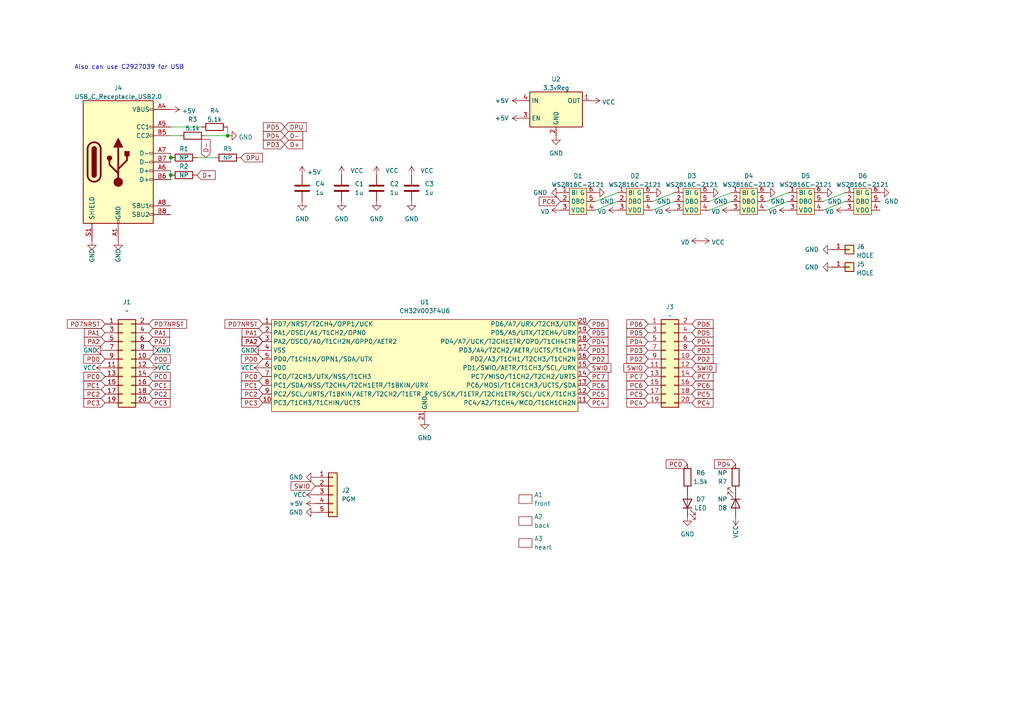
<source format=kicad_sch>
(kicad_sch (version 20211123) (generator eeschema)
  (paper "A4")
  (lib_symbols
    (symbol "CH32V003F4U6:CH32V003F4U6"
      (property "Reference" "U" (at 0 0 0))
      (property "Value" "CH32V003F4U6" (at 0 3.81 0))
      (symbol "CH32V003F4U6_0_1"
        (rectangle (start -44.45 12.7) (end 44.45 -13.97) (fill (type background)))
      )
      (symbol "CH32V003F4U6_1_1"
        (pin bidirectional line (at -46.99 11.43 0) (length 2.54) (name "PD7/NRST/T2CH4/OPP1/UCK") (number "1"))
        (pin bidirectional line (at -46.99 -11.43 0) (length 2.54) (name "PC3/T1CH3/T1CHIN/UCTS") (number "10"))
        (pin bidirectional line (at 46.99 -11.43 180) (length 2.54) (name "PC4/A2/T1CH4/MCO/T1CH1CH2N") (number "11"))
        (pin bidirectional line (at 46.99 -8.89 180) (length 2.54) (name "PC5/SCK/T1ETR/T2CH1ETR/SCL/UCK/T1CH3") (number "12"))
        (pin bidirectional line (at 46.99 -6.35 180) (length 2.54) (name "PC6/MOSI/T1CH1CH3/UCTS/SDA") (number "13"))
        (pin bidirectional line (at 46.99 -3.81 180) (length 2.54) (name "PC7/MISO/T1CH2/T2CH2/URTS") (number "14"))
        (pin bidirectional line (at 46.99 -1.27 180) (length 2.54) (name "PD1/SWIO/AETR/T1CH3/SCL/URX") (number "15"))
        (pin bidirectional line (at 46.99 1.27 180) (length 2.54) (name "PD2/A3/T1CH1/T2CH3/T1CH2N") (number "16"))
        (pin bidirectional line (at 46.99 3.81 180) (length 2.54) (name "PD3/A4/T2CH2/AETR/UCTS/T1CH4") (number "17"))
        (pin bidirectional line (at 46.99 6.35 180) (length 2.54) (name "PD4/A7/UCK/T2CH1ETR/OPO/T1CH4ETR") (number "18"))
        (pin bidirectional line (at 46.99 8.89 180) (length 2.54) (name "PD5/A5/UTX/T2CH4/URX") (number "19"))
        (pin bidirectional line (at -46.99 8.89 0) (length 2.54) (name "PA1/OSCI/A1/T1CH2/OPN0") (number "2"))
        (pin bidirectional line (at 46.99 11.43 180) (length 2.54) (name "PD6/A7/URX/T2CH3/UTX") (number "20"))
        (pin bidirectional line (at 0 -16.51 90) (length 2.54) (name "GND") (number "21"))
        (pin bidirectional line (at -46.99 6.35 0) (length 2.54) (name "PA2/OSCO/A0/T1CH2N/OPP0/AETR2") (number "3"))
        (pin bidirectional line (at -46.99 3.81 0) (length 2.54) (name "VSS") (number "4"))
        (pin bidirectional line (at -46.99 1.27 0) (length 2.54) (name "PD0/T1CH1N/OPN1/SDA/UTX") (number "5"))
        (pin bidirectional line (at -46.99 -1.27 0) (length 2.54) (name "VDD") (number "6"))
        (pin bidirectional line (at -46.99 -3.81 0) (length 2.54) (name "PC0/T2CH3/UTX/NSS/T1CH3") (number "7"))
        (pin bidirectional line (at -46.99 -6.35 0) (length 2.54) (name "PC1/SDA/NSS/T2CH4/T2CH1ETR/T1BKIN/URX") (number "8"))
        (pin bidirectional line (at -46.99 -8.89 0) (length 2.54) (name "PC2/SCL/URTS/T1BKIN/AETR/T2CH2/T1ETR") (number "9"))
      )
    )
    (symbol "Connector:USB_C_Receptacle_USB2.0" (pin_names (offset 1.016))
      (property "Reference" "J" (at -10.16 19.05 0))
      (property "Value" "USB_C_Receptacle_USB2.0" (at 19.05 19.05 0))
      (symbol "USB_C_Receptacle_USB2.0_0_0"
        (rectangle (start -0.254 -17.78) (end 0.254 -16.764))
        (rectangle (start 10.16 -14.986) (end 9.144 -15.494))
        (rectangle (start 10.16 -12.446) (end 9.144 -12.954))
        (rectangle (start 10.16 -4.826) (end 9.144 -5.334))
        (rectangle (start 10.16 -2.286) (end 9.144 -2.794))
        (rectangle (start 10.16 0.254) (end 9.144 -0.254))
        (rectangle (start 10.16 2.794) (end 9.144 2.286))
        (rectangle (start 10.16 7.874) (end 9.144 7.366))
        (rectangle (start 10.16 10.414) (end 9.144 9.906))
        (rectangle (start 10.16 15.494) (end 9.144 14.986))
      )
      (symbol "USB_C_Receptacle_USB2.0_0_1"
        (rectangle (start -10.16 17.78) (end 10.16 -17.78) (stroke (width 0.254)) (fill (type background)))
        (arc (start -8.89 -3.81) (mid -6.985 -5.715) (end -5.08 -3.81) (stroke (width 0.508)))
        (arc (start -7.62 -3.81) (mid -6.985 -4.445) (end -6.35 -3.81) (stroke (width 0.254)))
        (arc (start -7.62 -3.81) (mid -6.985 -4.445) (end -6.35 -3.81) (stroke (width 0.254)) (fill (type outline)))
        (rectangle (start -7.62 -3.81) (end -6.35 3.81) (stroke (width 0.254)) (fill (type outline)))
        (arc (start -6.35 3.81) (mid -6.985 4.445) (end -7.62 3.81) (stroke (width 0.254)))
        (arc (start -6.35 3.81) (mid -6.985 4.445) (end -7.62 3.81) (stroke (width 0.254)) (fill (type outline)))
        (arc (start -5.08 3.81) (mid -6.985 5.715) (end -8.89 3.81) (stroke (width 0.508)))
        (circle (center -2.54 1.143) (radius 0.635) (stroke (width 0.254)) (fill (type outline)))
        (circle (center 0 -5.842) (radius 1.27) (fill (type outline)))
        (polyline (pts (xy -8.89 -3.81) (xy -8.89 3.81)) (stroke (width 0.508)))
        (polyline (pts (xy -5.08 3.81) (xy -5.08 -3.81)) (stroke (width 0.508)))
        (polyline (pts (xy 0 -5.842) (xy 0 4.318)) (stroke (width 0.508)))
        (polyline (pts (xy 0 -3.302) (xy -2.54 -0.762) (xy -2.54 0.508)) (stroke (width 0.508)))
        (polyline (pts (xy 0 -2.032) (xy 2.54 0.508) (xy 2.54 1.778)) (stroke (width 0.508)))
        (polyline (pts (xy -1.27 4.318) (xy 0 6.858) (xy 1.27 4.318) (xy -1.27 4.318)) (stroke (width 0.254)) (fill (type outline)))
        (rectangle (start 1.905 1.778) (end 3.175 3.048) (stroke (width 0.254)) (fill (type outline)))
      )
      (symbol "USB_C_Receptacle_USB2.0_1_1"
        (pin passive line (at 0 -22.86 90) (length 5.08) (name "GND") (number "A1"))
        (pin passive line (at 0 -22.86 90) (length 5.08) hide (name "GND") (number "A12"))
        (pin passive line (at 15.24 15.24 180) (length 5.08) (name "VBUS") (number "A4"))
        (pin bidirectional line (at 15.24 10.16 180) (length 5.08) (name "CC1") (number "A5"))
        (pin bidirectional line (at 15.24 -2.54 180) (length 5.08) (name "D+") (number "A6"))
        (pin bidirectional line (at 15.24 2.54 180) (length 5.08) (name "D-") (number "A7"))
        (pin bidirectional line (at 15.24 -12.7 180) (length 5.08) (name "SBU1") (number "A8"))
        (pin passive line (at 15.24 15.24 180) (length 5.08) hide (name "VBUS") (number "A9"))
        (pin passive line (at 0 -22.86 90) (length 5.08) hide (name "GND") (number "B1"))
        (pin passive line (at 0 -22.86 90) (length 5.08) hide (name "GND") (number "B12"))
        (pin passive line (at 15.24 15.24 180) (length 5.08) hide (name "VBUS") (number "B4"))
        (pin bidirectional line (at 15.24 7.62 180) (length 5.08) (name "CC2") (number "B5"))
        (pin bidirectional line (at 15.24 -5.08 180) (length 5.08) (name "D+") (number "B6"))
        (pin bidirectional line (at 15.24 0 180) (length 5.08) (name "D-") (number "B7"))
        (pin bidirectional line (at 15.24 -15.24 180) (length 5.08) (name "SBU2") (number "B8"))
        (pin passive line (at 15.24 15.24 180) (length 5.08) hide (name "VBUS") (number "B9"))
        (pin passive line (at -7.62 -22.86 90) (length 5.08) (name "SHIELD") (number "S1"))
      )
    )
    (symbol "Connector_Generic:Conn_01x01" (pin_names (offset 1.016) hide)
      (property "Reference" "J" (at 0 2.54 0))
      (property "Value" "Conn_01x01" (at 0 -2.54 0))
      (symbol "Conn_01x01_1_1"
        (rectangle (start -1.27 0.127) (end 0 -0.127) (stroke (width 0.1524)))
        (rectangle (start -1.27 1.27) (end 1.27 -1.27) (stroke (width 0.254)) (fill (type background)))
        (pin passive line (at -5.08 0 0) (length 3.81) (name "Pin_1") (number "1"))
      )
    )
    (symbol "Connector_Generic:Conn_01x05" (pin_names (offset 1.016) hide)
      (property "Reference" "J" (at 0 7.62 0))
      (property "Value" "Conn_01x05" (at 0 -7.62 0))
      (symbol "Conn_01x05_1_1"
        (rectangle (start -1.27 -4.953) (end 0 -5.207) (stroke (width 0.1524)))
        (rectangle (start -1.27 -2.413) (end 0 -2.667) (stroke (width 0.1524)))
        (rectangle (start -1.27 0.127) (end 0 -0.127) (stroke (width 0.1524)))
        (rectangle (start -1.27 2.667) (end 0 2.413) (stroke (width 0.1524)))
        (rectangle (start -1.27 5.207) (end 0 4.953) (stroke (width 0.1524)))
        (rectangle (start -1.27 6.35) (end 1.27 -6.35) (stroke (width 0.254)) (fill (type background)))
        (pin passive line (at -5.08 5.08 0) (length 3.81) (name "Pin_1") (number "1"))
        (pin passive line (at -5.08 2.54 0) (length 3.81) (name "Pin_2") (number "2"))
        (pin passive line (at -5.08 0 0) (length 3.81) (name "Pin_3") (number "3"))
        (pin passive line (at -5.08 -2.54 0) (length 3.81) (name "Pin_4") (number "4"))
        (pin passive line (at -5.08 -5.08 0) (length 3.81) (name "Pin_5") (number "5"))
      )
    )
    (symbol "Connector_Generic:Conn_02x10_Odd_Even" (pin_names (offset 1.016) hide)
      (property "Reference" "J" (at 1.27 12.7 0))
      (property "Value" "Conn_02x10_Odd_Even" (at 1.27 -15.24 0))
      (symbol "Conn_02x10_Odd_Even_1_1"
        (rectangle (start -1.27 -12.573) (end 0 -12.827) (stroke (width 0.1524)))
        (rectangle (start -1.27 -10.033) (end 0 -10.287) (stroke (width 0.1524)))
        (rectangle (start -1.27 -7.493) (end 0 -7.747) (stroke (width 0.1524)))
        (rectangle (start -1.27 -4.953) (end 0 -5.207) (stroke (width 0.1524)))
        (rectangle (start -1.27 -2.413) (end 0 -2.667) (stroke (width 0.1524)))
        (rectangle (start -1.27 0.127) (end 0 -0.127) (stroke (width 0.1524)))
        (rectangle (start -1.27 2.667) (end 0 2.413) (stroke (width 0.1524)))
        (rectangle (start -1.27 5.207) (end 0 4.953) (stroke (width 0.1524)))
        (rectangle (start -1.27 7.747) (end 0 7.493) (stroke (width 0.1524)))
        (rectangle (start -1.27 10.287) (end 0 10.033) (stroke (width 0.1524)))
        (rectangle (start -1.27 11.43) (end 3.81 -13.97) (stroke (width 0.254)) (fill (type background)))
        (rectangle (start 3.81 -12.573) (end 2.54 -12.827) (stroke (width 0.1524)))
        (rectangle (start 3.81 -10.033) (end 2.54 -10.287) (stroke (width 0.1524)))
        (rectangle (start 3.81 -7.493) (end 2.54 -7.747) (stroke (width 0.1524)))
        (rectangle (start 3.81 -4.953) (end 2.54 -5.207) (stroke (width 0.1524)))
        (rectangle (start 3.81 -2.413) (end 2.54 -2.667) (stroke (width 0.1524)))
        (rectangle (start 3.81 0.127) (end 2.54 -0.127) (stroke (width 0.1524)))
        (rectangle (start 3.81 2.667) (end 2.54 2.413) (stroke (width 0.1524)))
        (rectangle (start 3.81 5.207) (end 2.54 4.953) (stroke (width 0.1524)))
        (rectangle (start 3.81 7.747) (end 2.54 7.493) (stroke (width 0.1524)))
        (rectangle (start 3.81 10.287) (end 2.54 10.033) (stroke (width 0.1524)))
        (pin passive line (at -5.08 10.16 0) (length 3.81) (name "Pin_1") (number "1"))
        (pin passive line (at 7.62 0 180) (length 3.81) (name "Pin_10") (number "10"))
        (pin passive line (at -5.08 -2.54 0) (length 3.81) (name "Pin_11") (number "11"))
        (pin passive line (at 7.62 -2.54 180) (length 3.81) (name "Pin_12") (number "12"))
        (pin passive line (at -5.08 -5.08 0) (length 3.81) (name "Pin_13") (number "13"))
        (pin passive line (at 7.62 -5.08 180) (length 3.81) (name "Pin_14") (number "14"))
        (pin passive line (at -5.08 -7.62 0) (length 3.81) (name "Pin_15") (number "15"))
        (pin passive line (at 7.62 -7.62 180) (length 3.81) (name "Pin_16") (number "16"))
        (pin passive line (at -5.08 -10.16 0) (length 3.81) (name "Pin_17") (number "17"))
        (pin passive line (at 7.62 -10.16 180) (length 3.81) (name "Pin_18") (number "18"))
        (pin passive line (at -5.08 -12.7 0) (length 3.81) (name "Pin_19") (number "19"))
        (pin passive line (at 7.62 10.16 180) (length 3.81) (name "Pin_2") (number "2"))
        (pin passive line (at 7.62 -12.7 180) (length 3.81) (name "Pin_20") (number "20"))
        (pin passive line (at -5.08 7.62 0) (length 3.81) (name "Pin_3") (number "3"))
        (pin passive line (at 7.62 7.62 180) (length 3.81) (name "Pin_4") (number "4"))
        (pin passive line (at -5.08 5.08 0) (length 3.81) (name "Pin_5") (number "5"))
        (pin passive line (at 7.62 5.08 180) (length 3.81) (name "Pin_6") (number "6"))
        (pin passive line (at -5.08 2.54 0) (length 3.81) (name "Pin_7") (number "7"))
        (pin passive line (at 7.62 2.54 180) (length 3.81) (name "Pin_8") (number "8"))
        (pin passive line (at -5.08 0 0) (length 3.81) (name "Pin_9") (number "9"))
      )
    )
    (symbol "Device:C" (pin_numbers hide) (pin_names (offset 0.254))
      (property "Reference" "C" (at 0.635 2.54 0))
      (property "Value" "C" (at 0.635 -2.54 0))
      (symbol "C_0_1"
        (polyline (pts (xy -2.032 -0.762) (xy 2.032 -0.762)) (stroke (width 0.508)))
        (polyline (pts (xy -2.032 0.762) (xy 2.032 0.762)) (stroke (width 0.508)))
      )
      (symbol "C_1_1"
        (pin passive line (at 0 3.81 270) (length 2.794) (name "~") (number "1"))
        (pin passive line (at 0 -3.81 90) (length 2.794) (name "~") (number "2"))
      )
    )
    (symbol "Device:LED" (pin_numbers hide) (pin_names (offset 1.016) hide)
      (property "Reference" "D" (at 0 2.54 0))
      (property "Value" "LED" (at 0 -2.54 0))
      (symbol "LED_0_1"
        (polyline (pts (xy -1.27 -1.27) (xy -1.27 1.27)) (stroke (width 0.254)))
        (polyline (pts (xy -1.27 0) (xy 1.27 0)))
        (polyline (pts (xy 1.27 -1.27) (xy 1.27 1.27) (xy -1.27 0) (xy 1.27 -1.27)) (stroke (width 0.254)))
        (polyline (pts (xy -3.048 -0.762) (xy -4.572 -2.286) (xy -3.81 -2.286) (xy -4.572 -2.286) (xy -4.572 -1.524)))
        (polyline (pts (xy -1.778 -0.762) (xy -3.302 -2.286) (xy -2.54 -2.286) (xy -3.302 -2.286) (xy -3.302 -1.524)))
      )
      (symbol "LED_1_1"
        (pin passive line (at -3.81 0 0) (length 2.54) (name "K") (number "1"))
        (pin passive line (at 3.81 0 180) (length 2.54) (name "A") (number "2"))
      )
    )
    (symbol "Device:R" (pin_numbers hide) (pin_names (offset 0))
      (property "Reference" "R" (at 2.032 0 90))
      (property "Value" "R" (at 0 0 90))
      (symbol "R_0_1"
        (rectangle (start -1.016 -2.54) (end 1.016 2.54) (stroke (width 0.254)))
      )
      (symbol "R_1_1"
        (pin passive line (at 0 3.81 270) (length 1.27) (name "~") (number "1"))
        (pin passive line (at 0 -3.81 90) (length 1.27) (name "~") (number "2"))
      )
    )
    (symbol "Regulator_Linear:NCP115AMX120TCG"
      (property "Reference" "U" (at 2.54 10.16 0))
      (property "Value" "NCP115AMX120TCG" (at 10.16 7.62 0))
      (symbol "NCP115AMX120TCG_0_1"
        (rectangle (start -7.62 5.08) (end 7.62 -5.08) (stroke (width 0.254)) (fill (type background)))
      )
      (symbol "NCP115AMX120TCG_1_1"
        (pin power_out line (at 10.16 2.54 180) (length 2.54) (name "OUT") (number "1"))
        (pin power_in line (at 0 -7.62 90) (length 2.54) (name "GND") (number "2"))
        (pin input line (at -10.16 -2.54 0) (length 2.54) (name "EN") (number "3"))
        (pin power_in line (at -10.16 2.54 0) (length 2.54) (name "IN") (number "4"))
        (pin passive line (at 0 -7.62 90) (length 2.54) hide (name "GND") (number "5"))
      )
    )
    (symbol "WS2816C:WS2816C-2121"
      (property "Reference" "D?" (at 0 8.89 0))
      (property "Value" "WS2816C-2121" (at 0 6.35 0))
      (symbol "WS2816C-2121_0_1"
        (rectangle (start -2.54 3.81) (end 2.54 -3.81) (fill (type background)))
      )
      (symbol "WS2816C-2121_1_1"
        (pin input line (at -5.08 2.54 0) (length 2.54) (name "BI") (number "1"))
        (pin input line (at -5.08 0 0) (length 2.54) (name "DI") (number "2"))
        (pin power_in line (at -5.08 -2.54 0) (length 2.54) (name "V") (number "3"))
        (pin output line (at 5.08 -2.54 180) (length 2.54) (name "DO") (number "4"))
        (pin output line (at 5.08 0 180) (length 2.54) (name "BO") (number "5"))
        (pin power_in line (at 5.08 2.54 180) (length 2.54) (name "G") (number "6"))
      )
    )
    (symbol "artwork:artwork"
      (property "Reference" "A" (at 0 0 0))
      (property "Value" "artwork" (at 0 2.54 0))
      (symbol "artwork_0_1"
        (rectangle (start -1.905 1.27) (end 1.905 -1.27))
      )
    )
    (symbol "power:+5V" (power) (pin_names (offset 0))
      (property "Value" "+5V" (at 0 3.556 0))
      (symbol "+5V_0_1"
        (polyline (pts (xy -0.762 1.27) (xy 0 2.54)))
        (polyline (pts (xy 0 0) (xy 0 2.54)))
        (polyline (pts (xy 0 2.54) (xy 0.762 1.27)))
      )
      (symbol "+5V_1_1"
        (pin power_in line (at 0 0 90) (length 0) hide (name "+5V") (number "1"))
      )
    )
    (symbol "power:GND" (power) (pin_names (offset 0))
      (property "Value" "GND" (at 0 -3.81 0))
      (symbol "GND_0_1"
        (polyline (pts (xy 0 0) (xy 0 -1.27) (xy 1.27 -1.27) (xy 0 -2.54) (xy -1.27 -1.27) (xy 0 -1.27)))
      )
      (symbol "GND_1_1"
        (pin power_in line (at 0 0 270) (length 0) hide (name "GND") (number "1"))
      )
    )
    (symbol "power:VCC" (power) (pin_names (offset 0))
      (property "Value" "VCC" (at 0 3.81 0))
      (symbol "VCC_0_1"
        (polyline (pts (xy -0.762 1.27) (xy 0 2.54)))
        (polyline (pts (xy 0 0) (xy 0 2.54)))
        (polyline (pts (xy 0 2.54) (xy 0.762 1.27)))
      )
      (symbol "VCC_1_1"
        (pin power_in line (at 0 0 90) (length 0) hide (name "VCC") (number "1"))
      )
    )
    (symbol "power:VD" (power) (pin_names (offset 0))
      (property "Value" "VD" (at 0 3.81 0))
      (symbol "VD_0_1"
        (polyline (pts (xy -0.762 1.27) (xy 0 2.54)))
        (polyline (pts (xy 0 0) (xy 0 2.54)))
        (polyline (pts (xy 0 2.54) (xy 0.762 1.27)))
      )
      (symbol "VD_1_1"
        (pin power_in line (at 0 0 90) (length 0) hide (name "VD") (number "1"))
      )
    )
  )
  (junction (at 49.53 50.8))
  (junction (at 66.04 39.37))
  (junction (at 49.53 45.72))
  (wire (pts (xy 57.15 45.72) (xy 62.23 45.72)))
  (wire (pts (xy 245.11 58.42) (xy 238.76 60.96)))
  (wire (pts (xy 52.07 39.37) (xy 49.53 39.37)))
  (wire (pts (xy 195.58 55.88) (xy 189.23 58.42)))
  (wire (pts (xy 228.6 58.42) (xy 222.25 60.96)))
  (wire (pts (xy 66.04 39.37) (xy 66.04 36.83)))
  (wire (pts (xy 49.53 49.53) (xy 49.53 50.8)))
  (wire (pts (xy 179.07 58.42) (xy 172.72 60.96)))
  (wire (pts (xy 245.11 55.88) (xy 238.76 58.42)))
  (wire (pts (xy 49.53 45.72) (xy 49.53 46.99)))
  (wire (pts (xy 195.58 58.42) (xy 189.23 60.96)))
  (wire (pts (xy 59.69 39.37) (xy 66.04 39.37)))
  (wire (pts (xy 228.6 55.88) (xy 222.25 58.42)))
  (wire (pts (xy 212.09 55.88) (xy 205.74 58.42)))
  (wire (pts (xy 49.53 44.45) (xy 49.53 45.72)))
  (wire (pts (xy 58.42 36.83) (xy 49.53 36.83)))
  (wire (pts (xy 179.07 55.88) (xy 172.72 58.42)))
  (wire (pts (xy 49.53 50.8) (xy 49.53 52.07)))
  (wire (pts (xy 212.09 58.42) (xy 205.74 60.96)))
  (text "Also can use C2927039 for USB" (at 21.59 20.32 0) (effects (font (size 1.27 1.27)) (justify left bottom)))
  (global_label "PC5" (shape input) (at 187.96 114.3 180) (property "Intersheet References" "${INTERSHEET_REFS}" (effects hide)))
  (global_label "PC3" (shape input) (at 30.48 116.84 180) (property "Intersheet References" "${INTERSHEET_REFS}" (effects hide)))
  (global_label "PA1" (shape input) (at 43.18 96.52 0) (property "Intersheet References" "${INTERSHEET_REFS}" (effects hide)))
  (global_label "PD6" (shape input) (at 170.18 93.98 0) (property "Intersheet References" "${INTERSHEET_REFS}" (effects hide)))
  (global_label "D+" (shape input) (at 82.55 41.91 0) (property "Intersheet References" "${INTERSHEET_REFS}" (effects hide)))
  (global_label "PC6" (shape input) (at 200.66 111.76 0) (property "Intersheet References" "${INTERSHEET_REFS}" (effects hide)))
  (global_label "SWIO" (shape input) (at 200.66 106.68 0) (property "Intersheet References" "${INTERSHEET_REFS}" (effects hide)))
  (global_label "PD2" (shape input) (at 170.18 104.14 0) (property "Intersheet References" "${INTERSHEET_REFS}" (effects hide)))
  (global_label "PC0" (shape input) (at 199.39 134.62 180) (property "Intersheet References" "${INTERSHEET_REFS}" (effects hide)))
  (global_label "PC5" (shape input) (at 170.18 114.3 0) (property "Intersheet References" "${INTERSHEET_REFS}" (effects hide)))
  (global_label "PA2" (shape input) (at 76.2 99.06 180) (property "Intersheet References" "${INTERSHEET_REFS}" (effects hide)))
  (global_label "PD0" (shape input) (at 30.48 104.14 180) (property "Intersheet References" "${INTERSHEET_REFS}" (effects hide)))
  (global_label "PC3" (shape input) (at 43.18 116.84 0) (property "Intersheet References" "${INTERSHEET_REFS}" (effects hide)))
  (global_label "PD5" (shape input) (at 187.96 96.52 180) (property "Intersheet References" "${INTERSHEET_REFS}" (effects hide)))
  (global_label "PC0" (shape input) (at 76.2 109.22 180) (property "Intersheet References" "${INTERSHEET_REFS}" (effects hide)))
  (global_label "PD4" (shape input) (at 170.18 99.06 0) (property "Intersheet References" "${INTERSHEET_REFS}" (effects hide)))
  (global_label "PC1" (shape input) (at 43.18 111.76 0) (property "Intersheet References" "${INTERSHEET_REFS}" (effects hide)))
  (global_label "PC3" (shape input) (at 76.2 116.84 180) (property "Intersheet References" "${INTERSHEET_REFS}" (effects hide)))
  (global_label "PD5" (shape input) (at 200.66 96.52 0) (property "Intersheet References" "${INTERSHEET_REFS}" (effects hide)))
  (global_label "PD6" (shape input) (at 200.66 93.98 0) (property "Intersheet References" "${INTERSHEET_REFS}" (effects hide)))
  (global_label "PA2" (shape input) (at 43.18 99.06 0) (property "Intersheet References" "${INTERSHEET_REFS}" (effects hide)))
  (global_label "PD7NRST" (shape input) (at 43.18 93.98 0) (property "Intersheet References" "${INTERSHEET_REFS}" (effects hide)))
  (global_label "PA1" (shape input) (at 76.2 96.52 180) (property "Intersheet References" "${INTERSHEET_REFS}" (effects hide)))
  (global_label "PC6" (shape input) (at 162.56 58.42 180) (property "Intersheet References" "${INTERSHEET_REFS}" (effects hide)))
  (global_label "PA2" (shape input) (at 30.48 99.06 180) (property "Intersheet References" "${INTERSHEET_REFS}" (effects hide)))
  (global_label "PD7NRST" (shape input) (at 76.2 93.98 180) (property "Intersheet References" "${INTERSHEET_REFS}" (effects hide)))
  (global_label "PC1" (shape input) (at 76.2 111.76 180) (property "Intersheet References" "${INTERSHEET_REFS}" (effects hide)))
  (global_label "PC7" (shape input) (at 187.96 109.22 180) (property "Intersheet References" "${INTERSHEET_REFS}" (effects hide)))
  (global_label "D-" (shape input) (at 82.55 39.37 0) (property "Intersheet References" "${INTERSHEET_REFS}" (effects hide)))
  (global_label "PC2" (shape input) (at 30.48 114.3 180) (property "Intersheet References" "${INTERSHEET_REFS}" (effects hide)))
  (global_label "PC4" (shape input) (at 187.96 116.84 180) (property "Intersheet References" "${INTERSHEET_REFS}" (effects hide)))
  (global_label "PC5" (shape input) (at 200.66 114.3 0) (property "Intersheet References" "${INTERSHEET_REFS}" (effects hide)))
  (global_label "PD4" (shape input) (at 82.55 39.37 180) (property "Intersheet References" "${INTERSHEET_REFS}" (effects hide)))
  (global_label "PC2" (shape input) (at 43.18 114.3 0) (property "Intersheet References" "${INTERSHEET_REFS}" (effects hide)))
  (global_label "PD7NRST" (shape input) (at 30.48 93.98 180) (property "Intersheet References" "${INTERSHEET_REFS}" (effects hide)))
  (global_label "PD3" (shape input) (at 170.18 101.6 0) (property "Intersheet References" "${INTERSHEET_REFS}" (effects hide)))
  (global_label "PD2" (shape input) (at 200.66 104.14 0) (property "Intersheet References" "${INTERSHEET_REFS}" (effects hide)))
  (global_label "PD4" (shape input) (at 213.36 134.62 180) (property "Intersheet References" "${INTERSHEET_REFS}" (effects hide)))
  (global_label "D-" (shape input) (at 59.69 45.72 90) (property "Intersheet References" "${INTERSHEET_REFS}" (effects hide)))
  (global_label "PC0" (shape input) (at 30.48 109.22 180) (property "Intersheet References" "${INTERSHEET_REFS}" (effects hide)))
  (global_label "PC1" (shape input) (at 30.48 111.76 180) (property "Intersheet References" "${INTERSHEET_REFS}" (effects hide)))
  (global_label "PC7" (shape input) (at 170.18 109.22 0) (property "Intersheet References" "${INTERSHEET_REFS}" (effects hide)))
  (global_label "PD3" (shape input) (at 200.66 101.6 0) (property "Intersheet References" "${INTERSHEET_REFS}" (effects hide)))
  (global_label "DPU" (shape input) (at 69.85 45.72 0) (property "Intersheet References" "${INTERSHEET_REFS}" (effects hide)))
  (global_label "DPU" (shape input) (at 82.55 36.83 0) (property "Intersheet References" "${INTERSHEET_REFS}" (effects hide)))
  (global_label "D+" (shape input) (at 57.15 50.8 0) (property "Intersheet References" "${INTERSHEET_REFS}" (effects hide)))
  (global_label "PD3" (shape input) (at 187.96 101.6 180) (property "Intersheet References" "${INTERSHEET_REFS}" (effects hide)))
  (global_label "PD0" (shape input) (at 76.2 104.14 180) (property "Intersheet References" "${INTERSHEET_REFS}" (effects hide)))
  (global_label "PC6" (shape input) (at 170.18 111.76 0) (property "Intersheet References" "${INTERSHEET_REFS}" (effects hide)))
  (global_label "SWIO" (shape input) (at 91.44 140.97 180) (property "Intersheet References" "${INTERSHEET_REFS}" (effects hide)))
  (global_label "SWIO" (shape input) (at 187.96 106.68 180) (property "Intersheet References" "${INTERSHEET_REFS}" (effects hide)))
  (global_label "PC6" (shape input) (at 187.96 111.76 180) (property "Intersheet References" "${INTERSHEET_REFS}" (effects hide)))
  (global_label "PC2" (shape input) (at 76.2 114.3 180) (property "Intersheet References" "${INTERSHEET_REFS}" (effects hide)))
  (global_label "PD5" (shape input) (at 170.18 96.52 0) (property "Intersheet References" "${INTERSHEET_REFS}" (effects hide)))
  (global_label "PD3" (shape input) (at 82.55 41.91 180) (property "Intersheet References" "${INTERSHEET_REFS}" (effects hide)))
  (global_label "PA2" (shape input) (at 76.2 99.06 180) (property "Intersheet References" "${INTERSHEET_REFS}" (effects hide)))
  (global_label "PD4" (shape input) (at 187.96 99.06 180) (property "Intersheet References" "${INTERSHEET_REFS}" (effects hide)))
  (global_label "PC0" (shape input) (at 43.18 109.22 0) (property "Intersheet References" "${INTERSHEET_REFS}" (effects hide)))
  (global_label "PC4" (shape input) (at 170.18 116.84 0) (property "Intersheet References" "${INTERSHEET_REFS}" (effects hide)))
  (global_label "PA1" (shape input) (at 30.48 96.52 180) (property "Intersheet References" "${INTERSHEET_REFS}" (effects hide)))
  (global_label "PD5" (shape input) (at 82.55 36.83 180) (property "Intersheet References" "${INTERSHEET_REFS}" (effects hide)))
  (global_label "PC7" (shape input) (at 200.66 109.22 0) (property "Intersheet References" "${INTERSHEET_REFS}" (effects hide)))
  (global_label "PD2" (shape input) (at 187.96 104.14 180) (property "Intersheet References" "${INTERSHEET_REFS}" (effects hide)))
  (global_label "PD4" (shape input) (at 200.66 99.06 0) (property "Intersheet References" "${INTERSHEET_REFS}" (effects hide)))
  (global_label "PC4" (shape input) (at 200.66 116.84 0) (property "Intersheet References" "${INTERSHEET_REFS}" (effects hide)))
  (global_label "PD0" (shape input) (at 43.18 104.14 0) (property "Intersheet References" "${INTERSHEET_REFS}" (effects hide)))
  (global_label "SWIO" (shape input) (at 170.18 106.68 0) (property "Intersheet References" "${INTERSHEET_REFS}" (effects hide)))
  (global_label "PD6" (shape input) (at 187.96 93.98 180) (property "Intersheet References" "${INTERSHEET_REFS}" (effects hide)))
  (symbol (lib_id "power:VCC") (at 203.2 69.85 270) (unit 1)
    (property "Reference" "#PWR0140" (effects hide))
    (property "Value" "VCC" (at 206.375 70.2838 90) (effects (justify left)))
  )
  (symbol (lib_id "power:GND") (at 241.3 77.47 270) (unit 1)
    (property "Reference" "#PWR0132" (effects hide))
    (property "Value" "GND" (at 237.49 77.47 90) (effects (justify right)))
  )
  (symbol (lib_id "power:GND") (at 99.06 58.42 0) (unit 1)
    (property "Reference" "#PWR0103" (effects hide))
    (property "Value" "GND" (at 99.06 63.5 0))
  )
  (symbol (lib_id "power:+5V") (at 151.13 34.29 90) (unit 1)
    (property "Reference" "#PWR0138" (effects hide))
    (property "Value" "+5V" (at 143.51 34.29 90) (effects (justify right)))
  )
  (symbol (lib_id "Device:LED") (at 213.36 146.05 270) (unit 1)
    (property "Reference" "D8" (at 209.55 147.32 90))
    (property "Value" "NP" (at 209.55 144.78 90))
    (property "Footprint" "LED_SMD:LED_0402_1005Metric" (effects hide))
    (property "LCSC" "NP" (effects hide))
  )
  (symbol (lib_id "Regulator_Linear:NCP115AMX120TCG") (at 161.29 31.75 0) (unit 1)
    (property "Reference" "U2" (at 161.29 22.9702 0))
    (property "Value" "3.3vReg" (at 161.29 25.5071 0))
    (property "Footprint" "xdfn_reg:xdfn-reg" (effects hide))
    (property "Datasheet" "https://www.onsemi.com/pub/Collateral/NCP115-D.PDF" (effects hide))
    (property "LCSC" "C81114" (effects hide))
  )
  (symbol (lib_id "power:VCC") (at 99.06 50.8 0) (unit 1)
    (property "Reference" "#PWR0102" (effects hide))
    (property "Value" "VCC" (at 101.6 49.5299 0) (effects (justify left)))
  )
  (symbol (lib_id "WS2816C:WS2816C-2121") (at 233.68 58.42 0) (unit 1)
    (property "Reference" "D5" (at 233.68 51.0372 0))
    (property "Value" "WS2816C-2121" (at 233.68 53.5741 0))
    (property "Footprint" "WS2816-2121:WS2816-2121" (effects hide))
    (property "LCSC" "C965561" (effects hide))
  )
  (symbol (lib_id "WS2816C:WS2816C-2121") (at 184.15 58.42 0) (unit 1)
    (property "Reference" "D2" (at 184.15 51.0372 0))
    (property "Value" "WS2816C-2121" (at 184.15 53.5741 0))
    (property "Footprint" "WS2816-2121:WS2816-2121" (effects hide))
    (property "LCSC" "C965561" (effects hide))
  )
  (symbol (lib_id "power:GND") (at 30.48 101.6 270) (unit 1)
    (property "Reference" "#PWR0116" (effects hide))
    (property "Value" "GND" (at 24.13 101.6 90) (effects (justify left)))
  )
  (symbol (lib_id "power:VD") (at 203.2 69.85 90) (unit 1)
    (property "Reference" "#PWR0130" (effects hide))
    (property "Value" "VD" (at 200.025 70.2838 90) (effects (justify left)))
  )
  (symbol (lib_id "WS2816C:WS2816C-2121") (at 167.64 58.42 0) (unit 1)
    (property "Reference" "D1" (at 167.64 51.0372 0))
    (property "Value" "WS2816C-2121" (at 167.64 53.5741 0))
    (property "Footprint" "WS2816-2121:WS2816-2121" (effects hide))
    (property "LCSC" "C965561" (effects hide))
  )
  (symbol (lib_id "Device:R") (at 66.04 45.72 90) (unit 1)
    (property "Reference" "R5" (at 66.04 43.18 90))
    (property "Value" "NP" (at 66.04 45.72 90))
    (property "Footprint" "Resistor_SMD:R_0402_1005Metric" (effects hide))
  )
  (symbol (lib_id "power:VD") (at 162.56 60.96 90) (unit 1)
    (property "Reference" "#PWR0141" (effects hide))
    (property "Value" "VD" (at 159.385 61.3938 90) (effects (justify left)))
  )
  (symbol (lib_id "power:GND") (at 26.67 69.85 0) (unit 1)
    (property "Reference" "#PWR0120" (effects hide))
    (property "Value" "GND" (at 26.67 76.2 90) (effects (justify left)))
  )
  (symbol (lib_id "WS2816C:WS2816C-2121") (at 250.19 58.42 0) (unit 1)
    (property "Reference" "D6" (at 250.19 51.0372 0))
    (property "Value" "WS2816C-2121" (at 250.19 53.5741 0))
    (property "Footprint" "WS2816-2121:WS2816-2121" (effects hide))
    (property "LCSC" "C965561" (effects hide))
  )
  (symbol (lib_id "power:GND") (at 255.27 55.88 90) (unit 1)
    (property "Reference" "#PWR0126" (effects hide))
    (property "Value" "GND" (at 256.54 58.42 90) (effects (justify right)))
  )
  (symbol (lib_id "Device:C") (at 109.22 54.61 0) (unit 1)
    (property "Reference" "C2" (at 113.03 53.3399 0) (effects (justify left)))
    (property "Value" "1u" (at 113.03 55.8799 0) (effects (justify left)))
    (property "Footprint" "Capacitor_SMD:C_0402_1005Metric" (effects hide))
    (property "LCSC" "C237173" (effects hide))
  )
  (symbol (lib_id "power:GND") (at 189.23 55.88 90) (unit 1)
    (property "Reference" "#PWR0119" (effects hide))
    (property "Value" "GND" (at 190.5 58.42 90) (effects (justify right)))
  )
  (symbol (lib_id "power:GND") (at 91.44 138.43 270) (unit 1)
    (property "Reference" "#PWR0115" (effects hide))
    (property "Value" "GND" (at 83.82 138.43 90) (effects (justify left)))
  )
  (symbol (lib_id "Device:R") (at 213.36 138.43 0) (unit 1)
    (property "Reference" "R7" (at 209.55 139.7 0))
    (property "Value" "NP" (at 209.55 137.16 0))
    (property "Footprint" "Resistor_SMD:R_0402_1005Metric" (effects hide))
    (property "LCSC" "NP" (effects hide))
  )
  (symbol (lib_id "power:+5V") (at 49.53 31.75 270) (unit 1)
    (property "Reference" "#PWR0133" (effects hide))
    (property "Value" "+5V" (at 52.705 32.1838 90) (effects (justify left)))
  )
  (symbol (lib_id "power:+5V") (at 151.13 29.21 90) (unit 1)
    (property "Reference" "#PWR0137" (effects hide))
    (property "Value" "+5V" (at 143.51 29.21 90) (effects (justify right)))
  )
  (symbol (lib_id "power:GND") (at 222.25 55.88 90) (unit 1)
    (property "Reference" "#PWR0123" (effects hide))
    (property "Value" "GND" (at 223.52 58.42 90) (effects (justify right)))
  )
  (symbol (lib_id "power:+5V") (at 87.63 50.8 0) (unit 1)
    (property "Reference" "#PWR0135" (effects hide))
    (property "Value" "+5V" (at 89.027 49.9638 0) (effects (justify left)))
  )
  (symbol (lib_id "power:GND") (at 241.3 72.39 270) (unit 1)
    (property "Reference" "#PWR09" (effects hide))
    (property "Value" "GND" (at 237.49 72.39 90) (effects (justify right)))
  )
  (symbol (lib_id "Connector:USB_C_Receptacle_USB2.0") (at 34.29 46.99 0) (unit 1)
    (property "Reference" "J4" (at 34.29 25.5102 0))
    (property "Value" "USB_C_Receptacle_USB2.0" (at 34.29 28.0471 0))
    (property "Footprint" "Connector_USB:USB_C_Receptacle_HRO_TYPE-C-31-M-12" (effects hide))
    (property "Datasheet" "https://www.usb.org/sites/default/files/documents/usb_type-c.zip" (effects hide))
    (property "LCSC" "C709358" (effects hide))
  )
  (symbol (lib_id "power:GND") (at 109.22 58.42 0) (unit 1)
    (property "Reference" "#PWR0101" (effects hide))
    (property "Value" "GND" (at 109.22 63.5 0))
  )
  (symbol (lib_id "power:GND") (at 172.72 55.88 90) (unit 1)
    (property "Reference" "#PWR0104" (effects hide))
    (property "Value" "GND" (at 173.99 58.42 90) (effects (justify right)))
  )
  (symbol (lib_id "Connector_Generic:Conn_01x05") (at 96.52 143.51 0) (unit 1)
    (property "Reference" "J2" (at 99.06 142.2399 0) (effects (justify left)))
    (property "Value" "PGM" (at 99.06 144.7799 0) (effects (justify left)))
    (property "Footprint" "Custom:PinHeader_1x05_P2.54mm_Vertical" (effects hide))
    (property "LCSC" "C358687" (effects hide))
  )
  (symbol (lib_id "WS2816C:WS2816C-2121") (at 200.66 58.42 0) (unit 1)
    (property "Reference" "D3" (at 200.66 51.0372 0))
    (property "Value" "WS2816C-2121" (at 200.66 53.5741 0))
    (property "Footprint" "WS2816-2121:WS2816-2121" (effects hide))
    (property "LCSC" "C965561" (effects hide))
  )
  (symbol (lib_id "Device:R") (at 53.34 50.8 90) (unit 1)
    (property "Reference" "R2" (at 53.34 48.26 90))
    (property "Value" "NP" (at 53.34 50.8 90))
    (property "Footprint" "Resistor_SMD:R_0402_1005Metric" (effects hide))
  )
  (symbol (lib_id "artwork:artwork") (at 152.4 144.78 0) (unit 1)
    (property "Reference" "A1" (at 154.94 143.5099 0) (effects (justify left)))
    (property "Value" "front" (at 154.94 146.0499 0) (effects (justify left)))
    (property "Footprint" "art:Front" (effects hide))
  )
  (symbol (lib_id "power:GND") (at 87.63 58.42 0) (unit 1)
    (property "Reference" "#PWR0134" (effects hide))
    (property "Value" "GND" (at 87.63 63.5 0))
  )
  (symbol (lib_id "Connector_Generic:Conn_02x10_Odd_Even") (at 35.56 104.14 0) (unit 1)
    (property "Reference" "J1" (at 36.83 87.63 0))
    (property "Value" "~" (at 36.83 90.17 0))
    (property "Footprint" "Custom:PinHeader_2x10_P2.54mm_Vertical" (effects hide))
    (property "LCSC" "C124359" (effects hide))
  )
  (symbol (lib_id "power:VCC") (at 91.44 143.51 90) (unit 1)
    (property "Reference" "#PWR0106" (effects hide))
    (property "Value" "VCC" (at 85.09 143.51 90) (effects (justify right)))
  )
  (symbol (lib_id "power:+5V") (at 91.44 146.05 90) (unit 1)
    (property "Reference" "#PWR0113" (effects hide))
    (property "Value" "+5V" (at 83.82 146.05 90) (effects (justify right)))
  )
  (symbol (lib_id "power:VCC") (at 76.2 106.68 90) (unit 1)
    (property "Reference" "#PWR0111" (effects hide))
    (property "Value" "VCC" (at 69.85 106.68 90) (effects (justify right)))
  )
  (symbol (lib_id "CH32V003F4U6:CH32V003F4U6") (at 123.19 105.41 0) (unit 1)
    (property "Reference" "U1" (at 123.19 87.63 0))
    (property "Value" "CH32V003F4U6" (at 123.19 90.17 0))
    (property "Footprint" "Package_DFN_QFN:QFN-20-1EP_3x3mm_P0.4mm_EP1.65x1.65mm" (effects hide))
    (property "LCSC" "C5299908" (effects hide))
  )
  (symbol (lib_id "artwork:artwork") (at 152.4 157.48 0) (unit 1)
    (property "Reference" "A3" (at 154.94 156.2099 0) (effects (justify left)))
    (property "Value" "heart" (at 154.94 158.7499 0) (effects (justify left)))
    (property "Footprint" "art:Heart" (effects hide))
  )
  (symbol (lib_id "power:VCC") (at 30.48 106.68 90) (unit 1)
    (property "Reference" "#PWR0114" (effects hide))
    (property "Value" "VCC" (at 24.13 106.68 90) (effects (justify right)))
  )
  (symbol (lib_id "Device:R") (at 62.23 36.83 90) (unit 1)
    (property "Reference" "R4" (at 62.23 32.1142 90))
    (property "Value" "5.1k" (at 62.23 34.6511 90))
    (property "Footprint" "Resistor_SMD:R_0402_1005Metric" (effects hide))
    (property "LCSC" "C258132" (effects hide))
  )
  (symbol (lib_id "power:VCC") (at 109.22 50.8 0) (unit 1)
    (property "Reference" "#PWR0108" (effects hide))
    (property "Value" "VCC" (at 111.76 49.5299 0) (effects (justify left)))
  )
  (symbol (lib_id "WS2816C:WS2816C-2121") (at 217.17 58.42 0) (unit 1)
    (property "Reference" "D4" (at 217.17 51.0372 0))
    (property "Value" "WS2816C-2121" (at 217.17 53.5741 0))
    (property "Footprint" "WS2816-2121:WS2816-2121" (effects hide))
    (property "LCSC" "C965561" (effects hide))
  )
  (symbol (lib_id "power:GND") (at 76.2 101.6 270) (unit 1)
    (property "Reference" "#PWR0112" (effects hide))
    (property "Value" "GND" (at 69.85 101.6 90) (effects (justify left)))
  )
  (symbol (lib_id "power:GND") (at 43.18 101.6 90) (mirror x) (unit 1)
    (property "Reference" "#PWR0143" (effects hide))
    (property "Value" "GND" (at 49.53 101.6 90) (effects (justify left)))
  )
  (symbol (lib_id "Connector_Generic:Conn_01x01") (at 246.38 72.39 0) (unit 1)
    (property "Reference" "J6" (at 248.412 71.5553 0) (effects (justify left)))
    (property "Value" "HOLE" (at 248.412 74.0922 0) (effects (justify left)))
    (property "Footprint" "MountingHole:MountingHole_2.2mm_M2_DIN965_Pad" (effects hide))
  )
  (symbol (lib_id "power:VD") (at 228.6 60.96 90) (unit 1)
    (property "Reference" "#PWR0128" (effects hide))
    (property "Value" "VD" (at 225.425 61.3938 90) (effects (justify left)))
  )
  (symbol (lib_id "Device:R") (at 199.39 138.43 180) (unit 1)
    (property "Reference" "R6" (at 203.2 137.16 0))
    (property "Value" "1.5k" (at 203.2 139.7 0))
    (property "Footprint" "Resistor_SMD:R_0402_1005Metric" (effects hide))
    (property "LCSC" "C25867" (effects hide))
  )
  (symbol (lib_id "power:VD") (at 179.07 60.96 90) (unit 1)
    (property "Reference" "#PWR0142" (effects hide))
    (property "Value" "VD" (at 175.895 61.3938 90) (effects (justify left)))
  )
  (symbol (lib_id "Device:LED") (at 199.39 146.05 90) (unit 1)
    (property "Reference" "D7" (at 203.2 144.78 90))
    (property "Value" "LED" (at 203.2 147.32 90))
    (property "Footprint" "LED_SMD:LED_0402_1005Metric" (effects hide))
    (property "LCSC" "C74342" (effects hide))
  )
  (symbol (lib_id "power:GND") (at 119.38 58.42 0) (unit 1)
    (property "Reference" "#PWR0109" (effects hide))
    (property "Value" "GND" (at 119.38 63.5 0))
  )
  (symbol (lib_id "artwork:artwork") (at 152.4 151.13 0) (unit 1)
    (property "Reference" "A2" (at 154.94 149.8599 0) (effects (justify left)))
    (property "Value" "back" (at 154.94 152.3999 0) (effects (justify left)))
    (property "Footprint" "art:Back" (effects hide))
  )
  (symbol (lib_id "power:GND") (at 66.04 39.37 90) (unit 1)
    (property "Reference" "#PWR0121" (effects hide))
    (property "Value" "GND" (at 69.215 39.8038 90) (effects (justify right)))
  )
  (symbol (lib_id "power:GND") (at 161.29 39.37 0) (unit 1)
    (property "Reference" "#PWR0136" (effects hide))
    (property "Value" "GND" (at 161.29 44.45 0))
  )
  (symbol (lib_id "power:GND") (at 123.19 121.92 0) (unit 1)
    (property "Reference" "#PWR0117" (effects hide))
    (property "Value" "GND" (at 123.19 127 0))
  )
  (symbol (lib_id "power:VCC") (at 119.38 50.8 0) (unit 1)
    (property "Reference" "#PWR0110" (effects hide))
    (property "Value" "VCC" (at 121.92 49.5299 0) (effects (justify left)))
  )
  (symbol (lib_id "Device:C") (at 99.06 54.61 0) (unit 1)
    (property "Reference" "C1" (at 102.87 53.3399 0) (effects (justify left)))
    (property "Value" "1u" (at 102.87 55.8799 0) (effects (justify left)))
    (property "Footprint" "Capacitor_SMD:C_0402_1005Metric" (effects hide))
    (property "LCSC" "C237173" (effects hide))
  )
  (symbol (lib_id "power:GND") (at 205.74 55.88 90) (unit 1)
    (property "Reference" "#PWR0122" (effects hide))
    (property "Value" "GND" (at 207.01 58.42 90) (effects (justify right)))
  )
  (symbol (lib_id "power:VCC") (at 43.18 106.68 270) (mirror x) (unit 1)
    (property "Reference" "#PWR0131" (effects hide))
    (property "Value" "VCC" (at 49.53 106.68 90) (effects (justify right)))
  )
  (symbol (lib_id "power:GND") (at 199.39 149.86 0) (unit 1)
    (property "Reference" "#PWR01" (effects hide))
    (property "Value" "GND" (at 199.39 154.94 0))
  )
  (symbol (lib_id "power:VD") (at 245.11 60.96 90) (unit 1)
    (property "Reference" "#PWR0124" (effects hide))
    (property "Value" "VD" (at 241.935 61.3938 90) (effects (justify left)))
  )
  (symbol (lib_id "power:GND") (at 162.56 55.88 270) (unit 1)
    (property "Reference" "#PWR0105" (effects hide))
    (property "Value" "GND" (at 158.75 55.88 90) (effects (justify right)))
  )
  (symbol (lib_id "power:GND") (at 91.44 148.59 270) (unit 1)
    (property "Reference" "#PWR0118" (effects hide))
    (property "Value" "GND" (at 83.82 148.59 90) (effects (justify left)))
  )
  (symbol (lib_id "power:VCC") (at 171.45 29.21 270) (unit 1)
    (property "Reference" "#PWR0139" (effects hide))
    (property "Value" "VCC" (at 174.625 29.6438 90) (effects (justify left)))
  )
  (symbol (lib_id "Device:C") (at 87.63 54.61 0) (unit 1)
    (property "Reference" "C4" (at 91.44 53.3399 0) (effects (justify left)))
    (property "Value" "1u" (at 91.44 55.8799 0) (effects (justify left)))
    (property "Footprint" "Capacitor_SMD:C_0402_1005Metric" (effects hide))
    (property "LCSC" "C237173" (effects hide))
  )
  (symbol (lib_id "power:VD") (at 212.09 60.96 90) (unit 1)
    (property "Reference" "#PWR0125" (effects hide))
    (property "Value" "VD" (at 208.915 61.3938 90) (effects (justify left)))
  )
  (symbol (lib_id "Device:C") (at 119.38 54.61 0) (unit 1)
    (property "Reference" "C3" (at 123.19 53.3399 0) (effects (justify left)))
    (property "Value" "1u" (at 123.19 55.8799 0) (effects (justify left)))
    (property "Footprint" "Capacitor_SMD:C_0402_1005Metric" (effects hide))
    (property "LCSC" "C237173" (effects hide))
  )
  (symbol (lib_id "Connector_Generic:Conn_01x01") (at 246.38 77.47 0) (unit 1)
    (property "Reference" "J5" (at 248.412 76.6353 0) (effects (justify left)))
    (property "Value" "HOLE" (at 248.412 79.1722 0) (effects (justify left)))
    (property "Footprint" "MountingHole:MountingHole_2.2mm_M2_DIN965_Pad" (effects hide))
  )
  (symbol (lib_id "power:VCC") (at 213.36 149.86 180) (unit 1)
    (property "Reference" "#PWR0144" (effects hide))
    (property "Value" "VCC" (at 213.36 156.21 90) (effects (justify right)))
  )
  (symbol (lib_id "Connector_Generic:Conn_02x10_Odd_Even") (at 193.04 104.14 0) (unit 1)
    (property "Reference" "J3" (at 194.31 89.0102 0))
    (property "Value" "~" (at 194.31 91.5471 0))
    (property "Footprint" "Custom:PinHeader_2x10_P2.54mm_Vertical" (effects hide))
    (property "LCSC" "C124359" (effects hide))
  )
  (symbol (lib_id "Device:R") (at 53.34 45.72 90) (unit 1)
    (property "Reference" "R1" (at 53.34 43.18 90))
    (property "Value" "NP" (at 53.34 45.72 90))
    (property "Footprint" "Resistor_SMD:R_0402_1005Metric" (effects hide))
  )
  (symbol (lib_id "power:VD") (at 195.58 60.96 90) (unit 1)
    (property "Reference" "#PWR0129" (effects hide))
    (property "Value" "VD" (at 192.405 61.3938 90) (effects (justify left)))
  )
  (symbol (lib_id "power:GND") (at 34.29 69.85 0) (unit 1)
    (property "Reference" "#PWR0107" (effects hide))
    (property "Value" "GND" (at 34.29 76.2 90) (effects (justify left)))
  )
  (symbol (lib_id "power:GND") (at 238.76 55.88 90) (unit 1)
    (property "Reference" "#PWR0127" (effects hide))
    (property "Value" "GND" (at 240.03 58.42 90) (effects (justify right)))
  )
  (symbol (lib_id "Device:R") (at 55.88 39.37 90) (unit 1)
    (property "Reference" "R3" (at 55.88 34.6542 90))
    (property "Value" "5.1k" (at 55.88 37.1911 90))
    (property "Footprint" "Resistor_SMD:R_0402_1005Metric" (effects hide))
    (property "LCSC" "C258132" (effects hide))
  )
)
</source>
